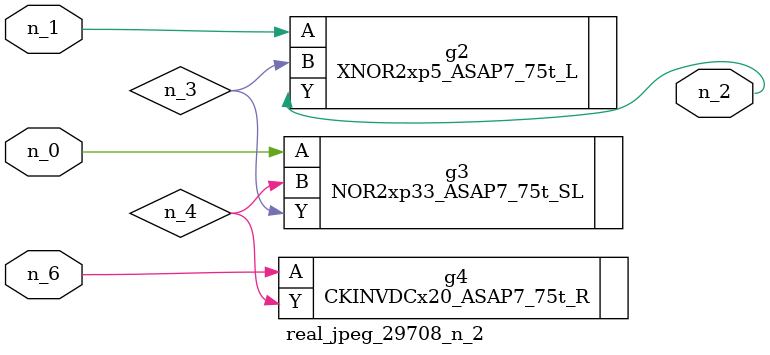
<source format=v>
module real_jpeg_29708_n_2 (n_6, n_1, n_0, n_2);

input n_6;
input n_1;
input n_0;

output n_2;

wire n_4;
wire n_3;

NOR2xp33_ASAP7_75t_SL g3 ( 
.A(n_0),
.B(n_4),
.Y(n_3)
);

XNOR2xp5_ASAP7_75t_L g2 ( 
.A(n_1),
.B(n_3),
.Y(n_2)
);

CKINVDCx20_ASAP7_75t_R g4 ( 
.A(n_6),
.Y(n_4)
);


endmodule
</source>
